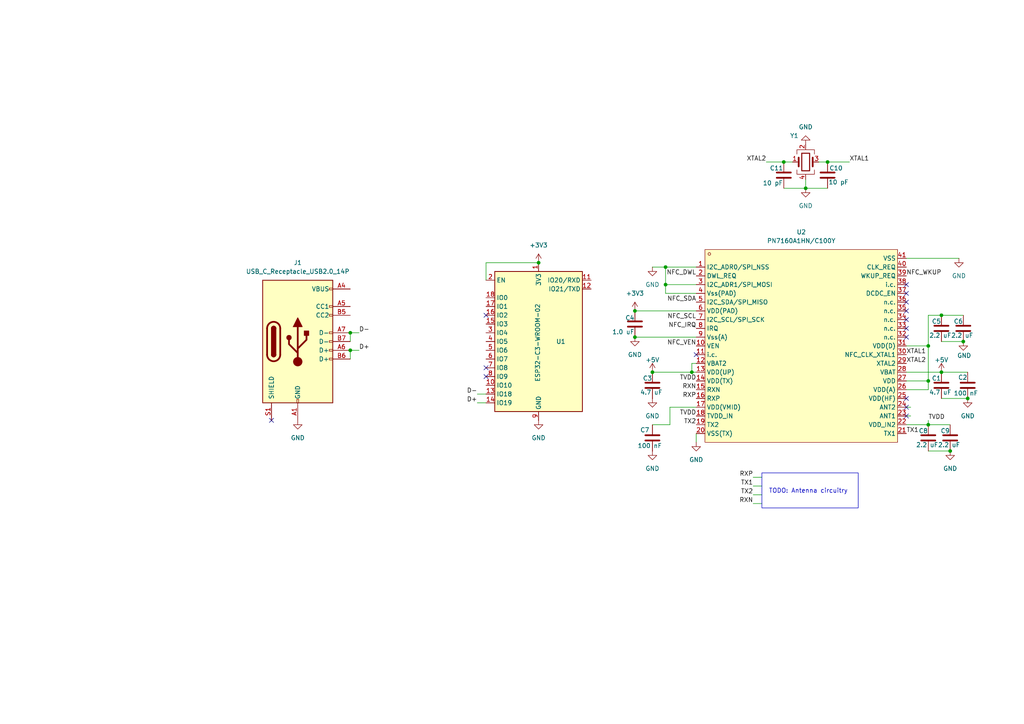
<source format=kicad_sch>
(kicad_sch (version 20231120) (generator "eeschema") (generator_version "8.0")
  (paper "A4")
  (lib_symbols
    (symbol "Connector:USB_C_Receptacle_USB2.0_14P" (pin_names (offset 1.016))
      (property "Reference" "J" (at 0 22.225 0))
      (property "Value" "USB_C_Receptacle_USB2.0_14P" (at 0 19.685 0))
      (symbol "USB_C_Receptacle_USB2.0_14P_0_0"
        (rectangle (start -0.254 -17.78) (end 0.254 -16.764))
        (rectangle (start 10.16 -4.826) (end 9.144 -5.334))
        (rectangle (start 10.16 -2.286) (end 9.144 -2.794))
        (rectangle (start 10.16 0.254) (end 9.144 -0.254))
        (rectangle (start 10.16 2.794) (end 9.144 2.286))
        (rectangle (start 10.16 7.874) (end 9.144 7.366))
        (rectangle (start 10.16 10.414) (end 9.144 9.906))
        (rectangle (start 10.16 15.494) (end 9.144 14.986))
      )
      (symbol "USB_C_Receptacle_USB2.0_14P_0_1"
        (rectangle (start -10.16 17.78) (end 10.16 -17.78) (stroke (width 0.254)) (fill (type background)))
        (arc (start -8.89 -3.81) (mid -6.985 -5.7067) (end -5.08 -3.81) (stroke (width 0.508)))
        (arc (start -7.62 -3.81) (mid -6.985 -4.4423) (end -6.35 -3.81) (stroke (width 0.254)))
        (arc (start -7.62 -3.81) (mid -6.985 -4.4423) (end -6.35 -3.81) (stroke (width 0.254)) (fill (type outline)))
        (rectangle (start -7.62 -3.81) (end -6.35 3.81) (stroke (width 0.254)) (fill (type outline)))
        (arc (start -6.35 3.81) (mid -6.985 4.4423) (end -7.62 3.81) (stroke (width 0.254)))
        (arc (start -6.35 3.81) (mid -6.985 4.4423) (end -7.62 3.81) (stroke (width 0.254)) (fill (type outline)))
        (arc (start -5.08 3.81) (mid -6.985 5.7067) (end -8.89 3.81) (stroke (width 0.508)))
        (circle (center -2.54 1.143) (radius 0.635) (stroke (width 0.254)) (fill (type outline)))
        (circle (center 0 -5.842) (radius 1.27) (fill (type outline)))
        (polyline (pts (xy -8.89 -3.81) (xy -8.89 3.81)) (stroke (width 0.508)))
        (polyline (pts (xy -5.08 3.81) (xy -5.08 -3.81)) (stroke (width 0.508)))
        (polyline (pts (xy 0 -5.842) (xy 0 4.318)) (stroke (width 0.508)))
        (polyline (pts (xy 0 -3.302) (xy -2.54 -0.762) (xy -2.54 0.508)) (stroke (width 0.508)))
        (polyline (pts (xy 0 -2.032) (xy 2.54 0.508) (xy 2.54 1.778)) (stroke (width 0.508)))
        (polyline (pts (xy -1.27 4.318) (xy 0 6.858) (xy 1.27 4.318) (xy -1.27 4.318)) (stroke (width 0.254)) (fill (type outline)))
        (rectangle (start 1.905 1.778) (end 3.175 3.048) (stroke (width 0.254)) (fill (type outline)))
      )
      (symbol "USB_C_Receptacle_USB2.0_14P_1_1"
        (pin passive line (at 0 -22.86 90) (length 5.08) (name "GND") (number "A1"))
        (pin passive line (at 0 -22.86 90) (length 5.08) hide (name "GND") (number "A12"))
        (pin passive line (at 15.24 15.24 180) (length 5.08) (name "VBUS") (number "A4"))
        (pin bidirectional line (at 15.24 10.16 180) (length 5.08) (name "CC1") (number "A5"))
        (pin bidirectional line (at 15.24 -2.54 180) (length 5.08) (name "D+") (number "A6"))
        (pin bidirectional line (at 15.24 2.54 180) (length 5.08) (name "D-") (number "A7"))
        (pin passive line (at 15.24 15.24 180) (length 5.08) hide (name "VBUS") (number "A9"))
        (pin passive line (at 0 -22.86 90) (length 5.08) hide (name "GND") (number "B1"))
        (pin passive line (at 0 -22.86 90) (length 5.08) hide (name "GND") (number "B12"))
        (pin passive line (at 15.24 15.24 180) (length 5.08) hide (name "VBUS") (number "B4"))
        (pin bidirectional line (at 15.24 7.62 180) (length 5.08) (name "CC2") (number "B5"))
        (pin bidirectional line (at 15.24 -5.08 180) (length 5.08) (name "D+") (number "B6"))
        (pin bidirectional line (at 15.24 0 180) (length 5.08) (name "D-") (number "B7"))
        (pin passive line (at 15.24 15.24 180) (length 5.08) hide (name "VBUS") (number "B9"))
        (pin passive line (at -7.62 -22.86 90) (length 5.08) (name "SHIELD") (number "S1"))
      )
    )
    (symbol "Device:C" (pin_numbers hide) (pin_names (offset 0.254))
      (property "Reference" "C" (at 0.635 2.54 0))
      (property "Value" "C" (at 0.635 -2.54 0))
      (symbol "C_0_1"
        (polyline (pts (xy -2.032 -0.762) (xy 2.032 -0.762)) (stroke (width 0.508)))
        (polyline (pts (xy -2.032 0.762) (xy 2.032 0.762)) (stroke (width 0.508)))
      )
      (symbol "C_1_1"
        (pin passive line (at 0 3.81 270) (length 2.794) (name "~") (number "1"))
        (pin passive line (at 0 -3.81 90) (length 2.794) (name "~") (number "2"))
      )
    )
    (symbol "Device:Crystal_GND24" (pin_names (offset 1.016) hide)
      (property "Reference" "Y" (at 3.175 5.08 0))
      (property "Value" "Crystal_GND24" (at 3.175 3.175 0))
      (symbol "Crystal_GND24_0_1"
        (rectangle (start -1.143 2.54) (end 1.143 -2.54) (stroke (width 0.3048)))
        (polyline (pts (xy -2.54 0) (xy -2.032 0)))
        (polyline (pts (xy -2.032 -1.27) (xy -2.032 1.27)) (stroke (width 0.508)))
        (polyline (pts (xy 0 -3.81) (xy 0 -3.556)))
        (polyline (pts (xy 0 3.556) (xy 0 3.81)))
        (polyline (pts (xy 2.032 -1.27) (xy 2.032 1.27)) (stroke (width 0.508)))
        (polyline (pts (xy 2.032 0) (xy 2.54 0)))
        (polyline (pts (xy -2.54 -2.286) (xy -2.54 -3.556) (xy 2.54 -3.556) (xy 2.54 -2.286)))
        (polyline (pts (xy -2.54 2.286) (xy -2.54 3.556) (xy 2.54 3.556) (xy 2.54 2.286)))
      )
      (symbol "Crystal_GND24_1_1"
        (pin passive line (at -3.81 0 0) (length 1.27) (name "1") (number "1"))
        (pin passive line (at 0 5.08 270) (length 1.27) (name "2") (number "2"))
        (pin passive line (at 3.81 0 180) (length 1.27) (name "3") (number "3"))
        (pin passive line (at 0 -5.08 90) (length 1.27) (name "4") (number "4"))
      )
    )
    (symbol "Ostranna:1.0 uF" (pin_numbers hide) (pin_names (offset 0.254))
      (property "Reference" "C" (at 0.635 2.54 0))
      (property "Value" "1.0 uF" (at 0.635 -2.54 0))
      (symbol "1.0 uF_0_1"
        (polyline (pts (xy -2.032 -0.762) (xy 2.032 -0.762)) (stroke (width 0.508)))
        (polyline (pts (xy -2.032 0.762) (xy 2.032 0.762)) (stroke (width 0.508)))
      )
      (symbol "1.0 uF_1_1"
        (pin passive line (at 0 3.81 270) (length 2.794) (name "~") (number "1"))
        (pin passive line (at 0 -3.81 90) (length 2.794) (name "~") (number "2"))
      )
    )
    (symbol "Ostranna:10 pF" (pin_numbers hide) (pin_names (offset 0.254))
      (property "Reference" "C" (at 0.635 2.54 0))
      (property "Value" "10 pF" (at 0.635 -2.54 0))
      (symbol "10 pF_0_1"
        (polyline (pts (xy -2.032 -0.762) (xy 2.032 -0.762)) (stroke (width 0.508)))
        (polyline (pts (xy -2.032 0.762) (xy 2.032 0.762)) (stroke (width 0.508)))
      )
      (symbol "10 pF_1_1"
        (pin passive line (at 0 3.81 270) (length 2.794) (name "~") (number "1"))
        (pin passive line (at 0 -3.81 90) (length 2.794) (name "~") (number "2"))
      )
    )
    (symbol "Ostranna:100 nF" (pin_numbers hide) (pin_names (offset 0.254))
      (property "Reference" "C" (at 0.635 2.54 0))
      (property "Value" "100 nF" (at 0.635 -2.54 0))
      (symbol "100 nF_0_1"
        (polyline (pts (xy -2.032 -0.762) (xy 2.032 -0.762)) (stroke (width 0.508)))
        (polyline (pts (xy -2.032 0.762) (xy 2.032 0.762)) (stroke (width 0.508)))
      )
      (symbol "100 nF_1_1"
        (pin passive line (at 0 3.81 270) (length 2.794) (name "~") (number "1"))
        (pin passive line (at 0 -3.81 90) (length 2.794) (name "~") (number "2"))
      )
    )
    (symbol "Ostranna:4.7 uF" (pin_numbers hide) (pin_names (offset 0.254))
      (property "Reference" "C" (at 0.635 2.54 0))
      (property "Value" "4.7 uF" (at 0.635 -2.54 0))
      (symbol "4.7 uF_0_1"
        (polyline (pts (xy -2.032 -0.762) (xy 2.032 -0.762)) (stroke (width 0.508)))
        (polyline (pts (xy -2.032 0.762) (xy 2.032 0.762)) (stroke (width 0.508)))
      )
      (symbol "4.7 uF_1_1"
        (pin passive line (at 0 3.81 270) (length 2.794) (name "~") (number "1"))
        (pin passive line (at 0 -3.81 90) (length 2.794) (name "~") (number "2"))
      )
    )
    (symbol "RF_Module:ESP32-C3-WROOM-02"
      (property "Reference" "U" (at -12.192 21.336 0))
      (property "Value" "ESP32-C3-WROOM-02" (at 12.192 21.336 0))
      (symbol "ESP32-C3-WROOM-02_1_1"
        (rectangle (start -12.7 20.32) (end 12.7 -20.32) (stroke (width 0.254)) (fill (type background)))
        (pin power_in line (at 0 22.86 270) (length 2.54) (name "3V3") (number "1"))
        (pin bidirectional line (at -15.24 -12.7 0) (length 2.54) (name "IO10") (number "10"))
        (pin bidirectional line (at 15.24 17.78 180) (length 2.54) (name "IO20/RXD") (number "11"))
        (pin bidirectional line (at 15.24 15.24 180) (length 2.54) (name "IO21/TXD") (number "12"))
        (pin bidirectional line (at -15.24 -15.24 0) (length 2.54) (name "IO18") (number "13"))
        (pin bidirectional line (at -15.24 -17.78 0) (length 2.54) (name "IO19") (number "14"))
        (pin bidirectional line (at -15.24 5.08 0) (length 2.54) (name "IO3") (number "15"))
        (pin bidirectional line (at -15.24 7.62 0) (length 2.54) (name "IO2") (number "16"))
        (pin bidirectional line (at -15.24 10.16 0) (length 2.54) (name "IO1") (number "17"))
        (pin bidirectional line (at -15.24 12.7 0) (length 2.54) (name "IO0") (number "18"))
        (pin passive line (at 0 -22.86 90) (length 2.54) hide (name "GND") (number "19"))
        (pin input line (at -15.24 17.78 0) (length 2.54) (name "EN") (number "2"))
        (pin bidirectional line (at -15.24 2.54 0) (length 2.54) (name "IO4") (number "3"))
        (pin bidirectional line (at -15.24 0 0) (length 2.54) (name "IO5") (number "4"))
        (pin bidirectional line (at -15.24 -2.54 0) (length 2.54) (name "IO6") (number "5"))
        (pin bidirectional line (at -15.24 -5.08 0) (length 2.54) (name "IO7") (number "6"))
        (pin bidirectional line (at -15.24 -7.62 0) (length 2.54) (name "IO8") (number "7"))
        (pin bidirectional line (at -15.24 -10.16 0) (length 2.54) (name "IO9") (number "8"))
        (pin power_in line (at 0 -22.86 90) (length 2.54) (name "GND") (number "9"))
      )
    )
    (symbol "easyeda2kicad:PN7160A1HN_C100Y"
      (property "Reference" "U" (at 0 30.48 0))
      (property "Value" "PN7160A1HN/C100Y" (at 0 -30.48 0))
      (symbol "PN7160A1HN_C100Y_0_1"
        (rectangle (start -27.94 27.94) (end 27.94 -27.94) (fill (type background)))
        (circle (center -26.67 26.67) (radius 0.38))
        (pin unspecified line (at -30.48 22.86 0) (length 2.54) (name "I2C_ADR0/SPI_NSS") (number "1"))
        (pin unspecified line (at -30.48 0 0) (length 2.54) (name "VEN") (number "10"))
        (pin unspecified line (at -30.48 -2.54 0) (length 2.54) (name "i.c.") (number "11"))
        (pin unspecified line (at -30.48 -5.08 0) (length 2.54) (name "VBAT2") (number "12"))
        (pin unspecified line (at -30.48 -7.62 0) (length 2.54) (name "VDD(UP)") (number "13"))
        (pin unspecified line (at -30.48 -10.16 0) (length 2.54) (name "VDD(TX)") (number "14"))
        (pin unspecified line (at -30.48 -12.7 0) (length 2.54) (name "RXN") (number "15"))
        (pin unspecified line (at -30.48 -15.24 0) (length 2.54) (name "RXP") (number "16"))
        (pin unspecified line (at -30.48 -17.78 0) (length 2.54) (name "VDD(VMID)") (number "17"))
        (pin unspecified line (at -30.48 -20.32 0) (length 2.54) (name "TVDD_IN") (number "18"))
        (pin unspecified line (at -30.48 -22.86 0) (length 2.54) (name "TX2") (number "19"))
        (pin unspecified line (at -30.48 20.32 0) (length 2.54) (name "DWL_REQ") (number "2"))
        (pin unspecified line (at -30.48 -25.4 0) (length 2.54) (name "VSS(TX)") (number "20"))
        (pin unspecified line (at 30.48 -25.4 180) (length 2.54) (name "TX1") (number "21"))
        (pin unspecified line (at 30.48 -22.86 180) (length 2.54) (name "VDD_IN2") (number "22"))
        (pin unspecified line (at 30.48 -20.32 180) (length 2.54) (name "ANT1") (number "23"))
        (pin unspecified line (at 30.48 -17.78 180) (length 2.54) (name "ANT2") (number "24"))
        (pin unspecified line (at 30.48 -15.24 180) (length 2.54) (name "VDD(HF)") (number "25"))
        (pin unspecified line (at 30.48 -12.7 180) (length 2.54) (name "VDD(A)") (number "26"))
        (pin unspecified line (at 30.48 -10.16 180) (length 2.54) (name "VDD") (number "27"))
        (pin unspecified line (at 30.48 -7.62 180) (length 2.54) (name "VBAT") (number "28"))
        (pin unspecified line (at 30.48 -5.08 180) (length 2.54) (name "XTAL2") (number "29"))
        (pin unspecified line (at -30.48 17.78 0) (length 2.54) (name "l2C_ADR1/SPI_MOSI") (number "3"))
        (pin unspecified line (at 30.48 -2.54 180) (length 2.54) (name "NFC_CLK_XTAL1") (number "30"))
        (pin unspecified line (at 30.48 0 180) (length 2.54) (name "VDD(D)") (number "31"))
        (pin unspecified line (at 30.48 2.54 180) (length 2.54) (name "n.c.") (number "32"))
        (pin unspecified line (at 30.48 5.08 180) (length 2.54) (name "n.c.") (number "33"))
        (pin unspecified line (at 30.48 7.62 180) (length 2.54) (name "n.c.") (number "34"))
        (pin unspecified line (at 30.48 10.16 180) (length 2.54) (name "n.c.") (number "35"))
        (pin unspecified line (at 30.48 12.7 180) (length 2.54) (name "n.c.") (number "36"))
        (pin unspecified line (at 30.48 15.24 180) (length 2.54) (name "DCDC_EN") (number "37"))
        (pin unspecified line (at 30.48 17.78 180) (length 2.54) (name "i.c.") (number "38"))
        (pin unspecified line (at 30.48 20.32 180) (length 2.54) (name "WKUP_REQ") (number "39"))
        (pin unspecified line (at -30.48 15.24 0) (length 2.54) (name "Vss(PAD)") (number "4"))
        (pin unspecified line (at 30.48 22.86 180) (length 2.54) (name "CLK_REQ") (number "40"))
        (pin unspecified line (at 30.48 25.4 180) (length 2.54) (name "VSS") (number "41"))
        (pin unspecified line (at -30.48 12.7 0) (length 2.54) (name "I2C_SDA/SPI_MISO") (number "5"))
        (pin unspecified line (at -30.48 10.16 0) (length 2.54) (name "VDD(PAD)") (number "6"))
        (pin unspecified line (at -30.48 7.62 0) (length 2.54) (name "I2C_SCL/SPI_SCK") (number "7"))
        (pin unspecified line (at -30.48 5.08 0) (length 2.54) (name "IRQ") (number "8"))
        (pin unspecified line (at -30.48 2.54 0) (length 2.54) (name "Vss(A)") (number "9"))
      )
    )
    (symbol "power:+3V3" (power) (pin_numbers hide) (pin_names (offset 0) hide)
      (property "Value" "+3V3" (at 0 3.556 0))
      (symbol "+3V3_0_1"
        (polyline (pts (xy -0.762 1.27) (xy 0 2.54)))
        (polyline (pts (xy 0 0) (xy 0 2.54)))
        (polyline (pts (xy 0 2.54) (xy 0.762 1.27)))
      )
      (symbol "+3V3_1_1"
        (pin power_in line (at 0 0 90) (length 0) (name "~") (number "1"))
      )
    )
    (symbol "power:+5V" (power) (pin_numbers hide) (pin_names (offset 0) hide)
      (property "Value" "+5V" (at 0 3.556 0))
      (symbol "+5V_0_1"
        (polyline (pts (xy -0.762 1.27) (xy 0 2.54)))
        (polyline (pts (xy 0 0) (xy 0 2.54)))
        (polyline (pts (xy 0 2.54) (xy 0.762 1.27)))
      )
      (symbol "+5V_1_1"
        (pin power_in line (at 0 0 90) (length 0) (name "~") (number "1"))
      )
    )
    (symbol "power:GND" (power) (pin_numbers hide) (pin_names (offset 0) hide)
      (property "Value" "GND" (at 0 -3.81 0))
      (symbol "GND_0_1"
        (polyline (pts (xy 0 0) (xy 0 -1.27) (xy 1.27 -1.27) (xy 0 -2.54) (xy -1.27 -1.27) (xy 0 -1.27)))
      )
      (symbol "GND_1_1"
        (pin power_in line (at 0 0 270) (length 0) (name "~") (number "1"))
      )
    )
  )
  (junction (at 156.21 76.2))
  (junction (at 269.24 110.49))
  (junction (at 189.23 107.95))
  (junction (at 193.04 77.47))
  (junction (at 200.66 107.95))
  (junction (at 273.05 107.95))
  (junction (at 233.68 54.61))
  (junction (at 273.05 91.44))
  (junction (at 193.04 82.55))
  (junction (at 269.24 123.19))
  (junction (at 240.03 46.99))
  (junction (at 184.15 90.17))
  (junction (at 184.15 97.79))
  (junction (at 279.4 99.06))
  (junction (at 227.33 46.99))
  (junction (at 280.67 115.57))
  (junction (at 269.24 100.33))
  (junction (at 101.6 96.52))
  (junction (at 275.59 130.81))
  (junction (at 101.6 101.6))
  (no_connect (at 262.89 120.65))
  (no_connect (at 140.97 106.68))
  (no_connect (at 262.89 90.17))
  (no_connect (at 140.97 91.44))
  (no_connect (at 262.89 85.09))
  (no_connect (at 201.93 102.87))
  (no_connect (at 262.89 92.71))
  (no_connect (at 262.89 95.25))
  (no_connect (at 78.74 121.92))
  (no_connect (at 262.89 115.57))
  (no_connect (at 262.89 82.55))
  (no_connect (at 262.89 118.11))
  (no_connect (at 262.89 97.79))
  (no_connect (at 262.89 87.63))
  (no_connect (at 140.97 109.22))
  (wire (pts (xy 264.16 118.11) (xy 262.89 118.11)))
  (wire (pts (xy 218.44 146.05) (xy 220.98 146.05)))
  (wire (pts (xy 200.66 107.95) (xy 200.66 105.41)))
  (wire (pts (xy 273.05 107.95) (xy 280.67 107.95)))
  (wire (pts (xy 269.24 110.49) (xy 269.24 100.33)))
  (wire (pts (xy 218.44 143.51) (xy 220.98 143.51)))
  (wire (pts (xy 138.43 116.84) (xy 140.97 116.84)))
  (wire (pts (xy 262.89 110.49) (xy 269.24 110.49)))
  (wire (pts (xy 218.44 138.43) (xy 220.98 138.43)))
  (wire (pts (xy 200.66 105.41) (xy 201.93 105.41)))
  (wire (pts (xy 227.33 46.99) (xy 229.87 46.99)))
  (wire (pts (xy 189.23 107.95) (xy 200.66 107.95)))
  (wire (pts (xy 193.04 77.47) (xy 201.93 77.47)))
  (wire (pts (xy 262.89 123.19) (xy 269.24 123.19)))
  (wire (pts (xy 194.31 118.11) (xy 201.93 118.11)))
  (wire (pts (xy 227.33 54.61) (xy 233.68 54.61)))
  (wire (pts (xy 218.44 140.97) (xy 220.98 140.97)))
  (wire (pts (xy 140.97 76.2) (xy 156.21 76.2)))
  (wire (pts (xy 262.89 113.03) (xy 269.24 113.03)))
  (wire (pts (xy 237.49 46.99) (xy 240.03 46.99)))
  (wire (pts (xy 193.04 85.09) (xy 193.04 82.55)))
  (wire (pts (xy 189.23 77.47) (xy 193.04 77.47)))
  (wire (pts (xy 273.05 99.06) (xy 279.4 99.06)))
  (wire (pts (xy 262.89 74.93) (xy 278.13 74.93)))
  (wire (pts (xy 193.04 82.55) (xy 201.93 82.55)))
  (wire (pts (xy 273.05 91.44) (xy 279.4 91.44)))
  (wire (pts (xy 264.16 120.65) (xy 262.89 120.65)))
  (wire (pts (xy 269.24 100.33) (xy 269.24 91.44)))
  (wire (pts (xy 269.24 91.44) (xy 273.05 91.44)))
  (wire (pts (xy 101.6 96.52) (xy 101.6 99.06)))
  (wire (pts (xy 233.68 54.61) (xy 233.68 52.07)))
  (wire (pts (xy 269.24 121.92) (xy 269.24 123.19)))
  (wire (pts (xy 233.68 54.61) (xy 240.03 54.61)))
  (wire (pts (xy 194.31 118.11) (xy 194.31 123.19)))
  (wire (pts (xy 262.89 100.33) (xy 269.24 100.33)))
  (wire (pts (xy 269.24 130.81) (xy 275.59 130.81)))
  (wire (pts (xy 101.6 96.52) (xy 104.14 96.52)))
  (wire (pts (xy 189.23 123.19) (xy 194.31 123.19)))
  (wire (pts (xy 184.15 90.17) (xy 201.93 90.17)))
  (wire (pts (xy 184.15 97.79) (xy 201.93 97.79)))
  (wire (pts (xy 269.24 113.03) (xy 269.24 110.49)))
  (wire (pts (xy 101.6 101.6) (xy 101.6 104.14)))
  (wire (pts (xy 138.43 114.3) (xy 140.97 114.3)))
  (wire (pts (xy 101.6 101.6) (xy 104.14 101.6)))
  (wire (pts (xy 140.97 81.28) (xy 140.97 76.2)))
  (wire (pts (xy 201.93 85.09) (xy 193.04 85.09)))
  (wire (pts (xy 193.04 77.47) (xy 193.04 82.55)))
  (wire (pts (xy 273.05 115.57) (xy 280.67 115.57)))
  (wire (pts (xy 201.93 125.73) (xy 201.93 128.27)))
  (wire (pts (xy 246.38 46.99) (xy 240.03 46.99)))
  (wire (pts (xy 200.66 107.95) (xy 201.93 107.95)))
  (wire (pts (xy 222.25 46.99) (xy 227.33 46.99)))
  (wire (pts (xy 262.89 107.95) (xy 273.05 107.95)))
  (wire (pts (xy 269.24 123.19) (xy 275.59 123.19)))
  (rectangle (start 220.98 137.16) (end 248.92 147.32))
  (text "TODO: Antenna circuitry" (at 234.442 142.494 0) (effects (font (size 1.27 1.27))))
  (label "D-" (at 138.43 114.3 180))
  (label "RXN" (at 218.44 146.05 180))
  (label "D+" (at 104.14 101.6 0))
  (label "NFC_DWL" (at 201.93 80.01 180))
  (label "TVDD" (at 201.93 110.49 180))
  (label "TX1" (at 262.89 125.73 0))
  (label "RXP" (at 201.93 115.57 180))
  (label "NFC_SDA" (at 201.93 87.63 180))
  (label "NFC_VEN" (at 201.93 100.33 180))
  (label "RXN" (at 201.93 113.03 180))
  (label "RXP" (at 218.44 138.43 180))
  (label "NFC_SCL" (at 201.93 92.71 180))
  (label "NFC_IRQ" (at 201.93 95.25 180))
  (label "TX1" (at 218.44 140.97 180))
  (label "XTAL1" (at 246.38 46.99 0))
  (label "TVDD" (at 269.24 121.92 0))
  (label "XTAL1" (at 262.89 102.87 0))
  (label "XTAL2" (at 262.89 105.41 0))
  (label "XTAL2" (at 222.25 46.99 180))
  (label "TVDD" (at 201.93 120.65 180))
  (label "D-" (at 104.14 96.52 0))
  (label "NFC_WKUP" (at 262.89 80.01 0))
  (label "TX2" (at 218.44 143.51 180))
  (label "D+" (at 138.43 116.84 180))
  (label "TX2" (at 201.93 123.19 180))
  (symbol (lib_id "power:GND") (at 201.93 128.27 0) (unit 1)
    (property "Reference" "#PWR09" (effects (hide yes)))
    (property "Value" "GND" (at 201.93 133.35 0))
    (property "Description" "Power symbol creates a global label with name \"GND\" , ground" (effects (hide yes)))
  )
  (symbol (lib_id "power:GND") (at 279.4 99.06 0) (unit 1)
    (property "Reference" "#PWR08" (effects (hide yes)))
    (property "Value" "GND" (at 279.654 103.124 0))
    (property "Description" "Power symbol creates a global label with name \"GND\" , ground" (effects (hide yes)))
  )
  (symbol (lib_id "RF_Module:ESP32-C3-WROOM-02") (at 156.21 99.06 0) (unit 1)
    (property "Reference" "U1" (at 161.29 99.06 0) (effects (justify left)))
    (property "Value" "ESP32-C3-WROOM-02" (at 155.956 110.744 90) (effects (justify left)))
    (property "Footprint" "RF_Module:ESP32-C3-WROOM-02" (effects (hide yes)))
    (property "Datasheet" "https://www.espressif.com/sites/default/files/documentation/esp32-c3-wroom-02_datasheet_en.pdf" (effects (hide yes)))
    (property "Description" "802.11 b/g/n Wi­Fi and Bluetooth 5 module, ESP32­C3 SoC, RISC­V microprocessor, On-board antenna" (effects (hide yes)))
  )
  (symbol (lib_id "power:GND") (at 280.67 115.57 0) (unit 1)
    (property "Reference" "#PWR05" (effects (hide yes)))
    (property "Value" "GND" (at 280.67 120.65 0))
    (property "Description" "Power symbol creates a global label with name \"GND\" , ground" (effects (hide yes)))
  )
  (symbol (lib_id "Ostranna:100 nF") (at 280.67 111.76 0) (unit 1)
    (property "Reference" "C2" (at 277.876 109.474 0) (effects (justify left)))
    (property "Value" "100 nF" (at 276.606 114.046 0) (effects (justify left)))
    (property "Footprint" "Capacitor_SMD:C_0402_1005Metric" (effects (hide yes)))
    (property "Description" "Capacitor" (effects (hide yes)))
    (property "LCSC" "C1525" (effects (hide yes)))
    (property "LCSC type" "Basic" (effects (hide yes)))
  )
  (symbol (lib_id "Device:Crystal_GND24") (at 233.68 46.99 0) (unit 1)
    (property "Reference" "Y1" (at 230.378 39.37 0))
    (property "Value" "Crystal_GND24" (effects (hide yes)))
    (property "Footprint" "Crystal:Crystal_SMD_2016-4Pin_2.0x1.6mm" (effects (hide yes)))
    (property "Description" "Four pin crystal, GND on pins 2 and 4" (effects (hide yes)))
    (property "LCSC Part" "C338245" (effects (hide yes)))
  )
  (symbol (lib_id "Ostranna:10 pF") (at 240.03 50.8 0) (unit 1)
    (property "Reference" "C10" (at 240.538 48.768 0) (effects (justify left)))
    (property "Value" "10 pF" (at 240.284 52.832 0) (effects (justify left)))
    (property "Footprint" "Capacitor_SMD:C_0402_1005Metric" (effects (hide yes)))
    (property "Description" "Capacitor to use near quartz crystals" (effects (hide yes)))
    (property "LCSC" "C1634" (effects (hide yes)))
    (property "LCSC type" "Basic" (effects (hide yes)))
  )
  (symbol (lib_id "Ostranna:1.0 uF") (at 184.15 93.98 0) (unit 1)
    (property "Reference" "C4" (at 181.356 92.202 0) (effects (justify left)))
    (property "Value" "1.0 uF" (at 177.546 96.266 0) (effects (justify left)))
    (property "Footprint" "Capacitor_SMD:C_0603_1608Metric" (effects (hide yes)))
    (property "Description" "Capacitor" (effects (hide yes)))
    (property "LCSC" "C15849" (effects (hide yes)))
    (property "LCSC type" "Basic" (effects (hide yes)))
  )
  (symbol (lib_id "easyeda2kicad:PN7160A1HN_C100Y") (at 232.41 100.33 0) (unit 1)
    (property "Reference" "U2" (at 232.41 67.31 0))
    (property "Value" "PN7160A1HN/C100Y" (at 232.41 69.85 0))
    (property "Footprint" "easyeda2kicad:HVQFN-40_L6.0-W6.0-P0.50-BL-EP4.1" (effects (hide yes)))
    (property "LCSC Part" "C3303790" (effects (hide yes)))
  )
  (symbol (lib_id "Connector:USB_C_Receptacle_USB2.0_14P") (at 86.36 99.06 0) (unit 1)
    (property "Reference" "J1" (at 86.36 76.2 0))
    (property "Value" "USB_C_Receptacle_USB2.0_14P" (at 86.36 78.74 0))
    (property "Datasheet" "https://www.usb.org/sites/default/files/documents/usb_type-c.zip" (effects (hide yes)))
    (property "Description" "USB 2.0-only 14P Type-C Receptacle connector" (effects (hide yes)))
  )
  (symbol (lib_id "power:GND") (at 86.36 121.92 0) (unit 1)
    (property "Reference" "#PWR03" (effects (hide yes)))
    (property "Value" "GND" (at 86.36 127 0))
    (property "Description" "Power symbol creates a global label with name \"GND\" , ground" (effects (hide yes)))
  )
  (symbol (lib_id "power:GND") (at 233.68 41.91 180) (unit 1)
    (property "Reference" "#PWR017" (effects (hide yes)))
    (property "Value" "GND" (at 233.68 36.83 0))
    (property "Description" "Power symbol creates a global label with name \"GND\" , ground" (effects (hide yes)))
  )
  (symbol (lib_id "power:+3V3") (at 184.15 90.17 0) (unit 1)
    (property "Reference" "#PWR012" (effects (hide yes)))
    (property "Value" "+3V3" (at 184.15 85.09 0))
    (property "Description" "Power symbol creates a global label with name \"+3V3\"" (effects (hide yes)))
  )
  (symbol (lib_id "Device:C") (at 275.59 127 0) (unit 1)
    (property "Reference" "C9" (at 272.796 124.968 0) (effects (justify left)))
    (property "Value" "2.2 uF" (at 272.034 129.032 0) (effects (justify left)))
    (property "Footprint" "Capacitor_SMD:C_0603_1608Metric" (effects (hide yes)))
    (property "Description" "Unpolarized capacitor" (effects (hide yes)))
  )
  (symbol (lib_id "Device:C") (at 279.4 95.25 0) (unit 1)
    (property "Reference" "C6" (at 276.606 93.218 0) (effects (justify left)))
    (property "Value" "2.2 uF" (at 275.844 97.282 0) (effects (justify left)))
    (property "Footprint" "Capacitor_SMD:C_0603_1608Metric" (effects (hide yes)))
    (property "Description" "Unpolarized capacitor" (effects (hide yes)))
  )
  (symbol (lib_id "power:GND") (at 184.15 97.79 0) (unit 1)
    (property "Reference" "#PWR07" (effects (hide yes)))
    (property "Value" "GND" (at 184.15 102.87 0))
    (property "Description" "Power symbol creates a global label with name \"GND\" , ground" (effects (hide yes)))
  )
  (symbol (lib_id "Device:C") (at 273.05 95.25 0) (unit 1)
    (property "Reference" "C5" (at 270.256 93.218 0) (effects (justify left)))
    (property "Value" "2.2 uF" (at 269.494 97.282 0) (effects (justify left)))
    (property "Footprint" "Capacitor_SMD:C_0603_1608Metric" (effects (hide yes)))
    (property "Description" "Unpolarized capacitor" (effects (hide yes)))
  )
  (symbol (lib_id "Device:C") (at 269.24 127 0) (unit 1)
    (property "Reference" "C8" (at 266.446 124.968 0) (effects (justify left)))
    (property "Value" "2.2 uF" (at 265.684 129.032 0) (effects (justify left)))
    (property "Footprint" "Capacitor_SMD:C_0603_1608Metric" (effects (hide yes)))
    (property "Description" "Unpolarized capacitor" (effects (hide yes)))
  )
  (symbol (lib_id "Ostranna:4.7 uF") (at 273.05 111.76 0) (unit 1)
    (property "Reference" "C1" (at 270.256 109.728 0) (effects (justify left)))
    (property "Value" "4.7 uF" (at 269.494 113.792 0) (effects (justify left)))
    (property "Footprint" "Capacitor_SMD:C_0603_1608Metric" (effects (hide yes)))
    (property "Description" "Capacitor" (effects (hide yes)))
    (property "LCSC" "C19666" (effects (hide yes)))
    (property "LCSC type" "Basic" (effects (hide yes)))
  )
  (symbol (lib_id "Ostranna:10 pF") (at 227.33 50.8 0) (unit 1)
    (property "Reference" "C11" (at 223.266 48.768 0) (effects (justify left)))
    (property "Value" "10 pF" (at 221.234 53.086 0) (effects (justify left)))
    (property "Footprint" "Capacitor_SMD:C_0402_1005Metric" (effects (hide yes)))
    (property "Description" "Capacitor to use near quartz crystals" (effects (hide yes)))
    (property "LCSC" "C1634" (effects (hide yes)))
    (property "LCSC type" "Basic" (effects (hide yes)))
  )
  (symbol (lib_id "power:GND") (at 278.13 74.93 0) (unit 1)
    (property "Reference" "#PWR015" (effects (hide yes)))
    (property "Value" "GND" (at 278.13 80.01 0))
    (property "Description" "Power symbol creates a global label with name \"GND\" , ground" (effects (hide yes)))
  )
  (symbol (lib_id "power:GND") (at 233.68 54.61 0) (unit 1)
    (property "Reference" "#PWR016" (effects (hide yes)))
    (property "Value" "GND" (at 233.68 59.69 0))
    (property "Description" "Power symbol creates a global label with name \"GND\" , ground" (effects (hide yes)))
  )
  (symbol (lib_id "power:+5V") (at 189.23 107.95 0) (unit 1)
    (property "Reference" "#PWR013" (effects (hide yes)))
    (property "Value" "+5V" (at 189.23 104.394 0))
    (property "Description" "Power symbol creates a global label with name \"+5V\"" (effects (hide yes)))
  )
  (symbol (lib_id "power:GND") (at 189.23 130.81 0) (unit 1)
    (property "Reference" "#PWR010" (effects (hide yes)))
    (property "Value" "GND" (at 189.23 135.89 0))
    (property "Description" "Power symbol creates a global label with name \"GND\" , ground" (effects (hide yes)))
  )
  (symbol (lib_id "power:GND") (at 189.23 115.57 0) (unit 1)
    (property "Reference" "#PWR06" (effects (hide yes)))
    (property "Value" "GND" (at 189.23 120.65 0))
    (property "Description" "Power symbol creates a global label with name \"GND\" , ground" (effects (hide yes)))
  )
  (symbol (lib_id "power:+3V3") (at 156.21 76.2 0) (unit 1)
    (property "Reference" "#PWR02" (effects (hide yes)))
    (property "Value" "+3V3" (at 156.21 71.12 0))
    (property "Description" "Power symbol creates a global label with name \"+3V3\"" (effects (hide yes)))
  )
  (symbol (lib_id "Ostranna:100 nF") (at 189.23 127 0) (unit 1)
    (property "Reference" "C7" (at 185.674 124.714 0) (effects (justify left)))
    (property "Value" "100 nF" (at 184.912 129.286 0) (effects (justify left)))
    (property "Footprint" "Capacitor_SMD:C_0402_1005Metric" (effects (hide yes)))
    (property "Description" "Capacitor" (effects (hide yes)))
    (property "LCSC" "C1525" (effects (hide yes)))
    (property "LCSC type" "Basic" (effects (hide yes)))
  )
  (symbol (lib_id "Ostranna:4.7 uF") (at 189.23 111.76 0) (unit 1)
    (property "Reference" "C3" (at 186.436 109.728 0) (effects (justify left)))
    (property "Value" "4.7 uF" (at 185.674 113.792 0) (effects (justify left)))
    (property "Footprint" "Capacitor_SMD:C_0603_1608Metric" (effects (hide yes)))
    (property "Description" "Capacitor" (effects (hide yes)))
    (property "LCSC" "C19666" (effects (hide yes)))
    (property "LCSC type" "Basic" (effects (hide yes)))
  )
  (symbol (lib_id "power:GND") (at 156.21 121.92 0) (unit 1)
    (property "Reference" "#PWR01" (effects (hide yes)))
    (property "Value" "GND" (at 156.21 127 0))
    (property "Description" "Power symbol creates a global label with name \"GND\" , ground" (effects (hide yes)))
  )
  (symbol (lib_id "power:GND") (at 275.59 130.81 0) (unit 1)
    (property "Reference" "#PWR011" (effects (hide yes)))
    (property "Value" "GND" (at 275.59 135.89 0))
    (property "Description" "Power symbol creates a global label with name \"GND\" , ground" (effects (hide yes)))
  )
  (symbol (lib_id "power:GND") (at 189.23 77.47 0) (unit 1)
    (property "Reference" "#PWR04" (effects (hide yes)))
    (property "Value" "GND" (at 189.23 82.55 0))
    (property "Description" "Power symbol creates a global label with name \"GND\" , ground" (effects (hide yes)))
  )
  (symbol (lib_id "power:+5V") (at 273.05 107.95 0) (unit 1)
    (property "Reference" "#PWR014" (effects (hide yes)))
    (property "Value" "+5V" (at 273.05 104.394 0))
    (property "Description" "Power symbol creates a global label with name \"+5V\"" (effects (hide yes)))
  )
)
</source>
